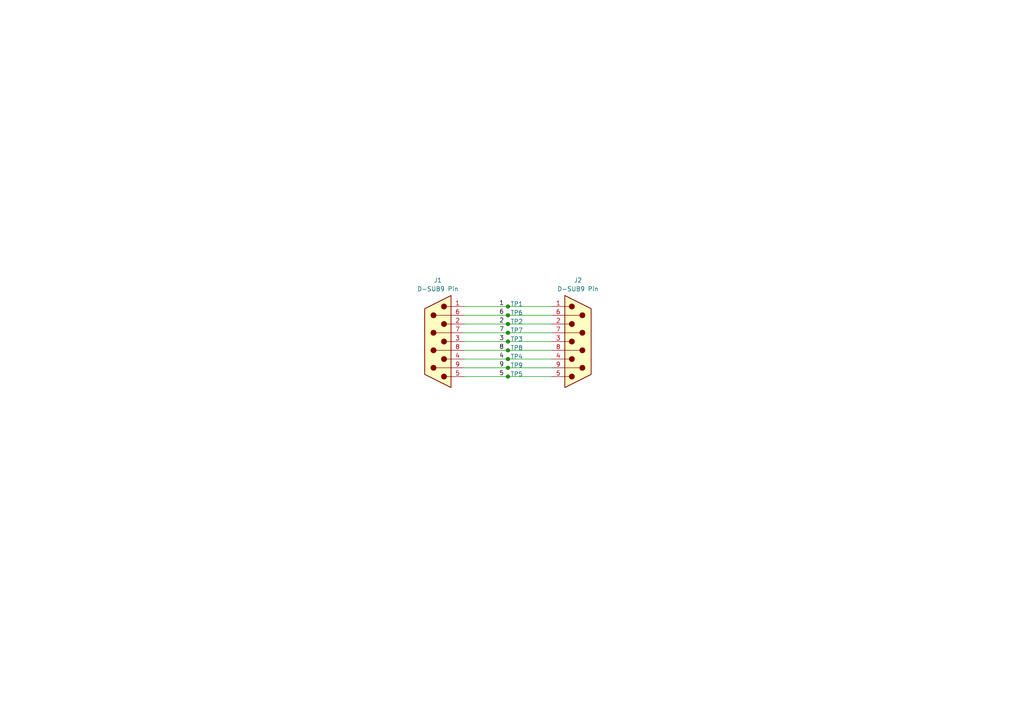
<source format=kicad_sch>
(kicad_sch (version 20230121) (generator eeschema)

  (uuid 600a9cc3-03b4-45fb-9715-5da8bf98debe)

  (paper "A4")

  (title_block
    (title "bridgeDSUB9P")
    (date "2023-03-19")
    (rev "V1.0")
    (company "https://github.com/KimiakiK")
  )

  (lib_symbols
    (symbol "Connector:DE9_Plug" (pin_names (offset 1.016) hide) (in_bom yes) (on_board yes)
      (property "Reference" "J" (at 0 13.97 0)
        (effects (font (size 1.27 1.27)))
      )
      (property "Value" "DE9_Plug" (at 0 -14.605 0)
        (effects (font (size 1.27 1.27)))
      )
      (property "Footprint" "" (at 0 0 0)
        (effects (font (size 1.27 1.27)) hide)
      )
      (property "Datasheet" " ~" (at 0 0 0)
        (effects (font (size 1.27 1.27)) hide)
      )
      (property "ki_keywords" "connector male plug D-SUB DB9" (at 0 0 0)
        (effects (font (size 1.27 1.27)) hide)
      )
      (property "ki_description" "9-pin male plug pin D-SUB connector" (at 0 0 0)
        (effects (font (size 1.27 1.27)) hide)
      )
      (property "ki_fp_filters" "DSUB*Male*" (at 0 0 0)
        (effects (font (size 1.27 1.27)) hide)
      )
      (symbol "DE9_Plug_0_1"
        (circle (center -1.778 -10.16) (radius 0.762)
          (stroke (width 0) (type default))
          (fill (type outline))
        )
        (circle (center -1.778 -5.08) (radius 0.762)
          (stroke (width 0) (type default))
          (fill (type outline))
        )
        (circle (center -1.778 0) (radius 0.762)
          (stroke (width 0) (type default))
          (fill (type outline))
        )
        (circle (center -1.778 5.08) (radius 0.762)
          (stroke (width 0) (type default))
          (fill (type outline))
        )
        (circle (center -1.778 10.16) (radius 0.762)
          (stroke (width 0) (type default))
          (fill (type outline))
        )
        (polyline
          (pts
            (xy -3.81 -10.16)
            (xy -2.54 -10.16)
          )
          (stroke (width 0) (type default))
          (fill (type none))
        )
        (polyline
          (pts
            (xy -3.81 -7.62)
            (xy 0.508 -7.62)
          )
          (stroke (width 0) (type default))
          (fill (type none))
        )
        (polyline
          (pts
            (xy -3.81 -5.08)
            (xy -2.54 -5.08)
          )
          (stroke (width 0) (type default))
          (fill (type none))
        )
        (polyline
          (pts
            (xy -3.81 -2.54)
            (xy 0.508 -2.54)
          )
          (stroke (width 0) (type default))
          (fill (type none))
        )
        (polyline
          (pts
            (xy -3.81 0)
            (xy -2.54 0)
          )
          (stroke (width 0) (type default))
          (fill (type none))
        )
        (polyline
          (pts
            (xy -3.81 2.54)
            (xy 0.508 2.54)
          )
          (stroke (width 0) (type default))
          (fill (type none))
        )
        (polyline
          (pts
            (xy -3.81 5.08)
            (xy -2.54 5.08)
          )
          (stroke (width 0) (type default))
          (fill (type none))
        )
        (polyline
          (pts
            (xy -3.81 7.62)
            (xy 0.508 7.62)
          )
          (stroke (width 0) (type default))
          (fill (type none))
        )
        (polyline
          (pts
            (xy -3.81 10.16)
            (xy -2.54 10.16)
          )
          (stroke (width 0) (type default))
          (fill (type none))
        )
        (polyline
          (pts
            (xy -3.81 -13.335)
            (xy -3.81 13.335)
            (xy 3.81 9.525)
            (xy 3.81 -9.525)
            (xy -3.81 -13.335)
          )
          (stroke (width 0.254) (type default))
          (fill (type background))
        )
        (circle (center 1.27 -7.62) (radius 0.762)
          (stroke (width 0) (type default))
          (fill (type outline))
        )
        (circle (center 1.27 -2.54) (radius 0.762)
          (stroke (width 0) (type default))
          (fill (type outline))
        )
        (circle (center 1.27 2.54) (radius 0.762)
          (stroke (width 0) (type default))
          (fill (type outline))
        )
        (circle (center 1.27 7.62) (radius 0.762)
          (stroke (width 0) (type default))
          (fill (type outline))
        )
      )
      (symbol "DE9_Plug_1_1"
        (pin passive line (at -7.62 -10.16 0) (length 3.81)
          (name "1" (effects (font (size 1.27 1.27))))
          (number "1" (effects (font (size 1.27 1.27))))
        )
        (pin passive line (at -7.62 -5.08 0) (length 3.81)
          (name "2" (effects (font (size 1.27 1.27))))
          (number "2" (effects (font (size 1.27 1.27))))
        )
        (pin passive line (at -7.62 0 0) (length 3.81)
          (name "3" (effects (font (size 1.27 1.27))))
          (number "3" (effects (font (size 1.27 1.27))))
        )
        (pin passive line (at -7.62 5.08 0) (length 3.81)
          (name "4" (effects (font (size 1.27 1.27))))
          (number "4" (effects (font (size 1.27 1.27))))
        )
        (pin passive line (at -7.62 10.16 0) (length 3.81)
          (name "5" (effects (font (size 1.27 1.27))))
          (number "5" (effects (font (size 1.27 1.27))))
        )
        (pin passive line (at -7.62 -7.62 0) (length 3.81)
          (name "6" (effects (font (size 1.27 1.27))))
          (number "6" (effects (font (size 1.27 1.27))))
        )
        (pin passive line (at -7.62 -2.54 0) (length 3.81)
          (name "7" (effects (font (size 1.27 1.27))))
          (number "7" (effects (font (size 1.27 1.27))))
        )
        (pin passive line (at -7.62 2.54 0) (length 3.81)
          (name "8" (effects (font (size 1.27 1.27))))
          (number "8" (effects (font (size 1.27 1.27))))
        )
        (pin passive line (at -7.62 7.62 0) (length 3.81)
          (name "9" (effects (font (size 1.27 1.27))))
          (number "9" (effects (font (size 1.27 1.27))))
        )
      )
    )
    (symbol "Connector:TestPoint_Small" (pin_numbers hide) (pin_names (offset 0.762) hide) (in_bom yes) (on_board yes)
      (property "Reference" "TP" (at 0 3.81 0)
        (effects (font (size 1.27 1.27)))
      )
      (property "Value" "TestPoint_Small" (at 0 2.032 0)
        (effects (font (size 1.27 1.27)))
      )
      (property "Footprint" "" (at 5.08 0 0)
        (effects (font (size 1.27 1.27)) hide)
      )
      (property "Datasheet" "~" (at 5.08 0 0)
        (effects (font (size 1.27 1.27)) hide)
      )
      (property "ki_keywords" "test point tp" (at 0 0 0)
        (effects (font (size 1.27 1.27)) hide)
      )
      (property "ki_description" "test point" (at 0 0 0)
        (effects (font (size 1.27 1.27)) hide)
      )
      (property "ki_fp_filters" "Pin* Test*" (at 0 0 0)
        (effects (font (size 1.27 1.27)) hide)
      )
      (symbol "TestPoint_Small_0_1"
        (circle (center 0 0) (radius 0.508)
          (stroke (width 0) (type default))
          (fill (type none))
        )
      )
      (symbol "TestPoint_Small_1_1"
        (pin passive line (at 0 0 90) (length 0)
          (name "1" (effects (font (size 1.27 1.27))))
          (number "1" (effects (font (size 1.27 1.27))))
        )
      )
    )
  )

  (junction (at 147.32 91.44) (diameter 0) (color 0 0 0 0)
    (uuid 1c80b627-3ebe-4cef-8407-a56efcf6592c)
  )
  (junction (at 147.32 101.6) (diameter 0) (color 0 0 0 0)
    (uuid 442e3deb-df0f-4420-a275-0ee745c674bd)
  )
  (junction (at 147.32 106.68) (diameter 0) (color 0 0 0 0)
    (uuid 4b9e402d-04e7-4456-b74b-5d7f6ff2b8d8)
  )
  (junction (at 147.32 104.14) (diameter 0) (color 0 0 0 0)
    (uuid 6ad7a093-307f-45bf-b5da-9c1e860b3a67)
  )
  (junction (at 147.32 99.06) (diameter 0) (color 0 0 0 0)
    (uuid 74a36032-a6ce-4b93-a767-9f7b54d4c937)
  )
  (junction (at 147.32 96.52) (diameter 0) (color 0 0 0 0)
    (uuid 79180429-2dc5-4192-95a6-1b4e1068a5e7)
  )
  (junction (at 147.32 109.22) (diameter 0) (color 0 0 0 0)
    (uuid 98c0bcc8-bb2d-45bd-97c9-167c2916ad8d)
  )
  (junction (at 147.32 93.98) (diameter 0) (color 0 0 0 0)
    (uuid dea0d825-8b29-4df9-8134-6413767374d1)
  )
  (junction (at 147.32 88.9) (diameter 0) (color 0 0 0 0)
    (uuid df8159ae-4a8e-4aa2-a71b-fdf969d55865)
  )

  (wire (pts (xy 134.62 93.98) (xy 147.32 93.98))
    (stroke (width 0) (type default))
    (uuid 181d623b-086b-4f43-a823-27dc135d5078)
  )
  (wire (pts (xy 134.62 96.52) (xy 147.32 96.52))
    (stroke (width 0) (type default))
    (uuid 2ae93bf5-e45c-432b-97ce-62048c6e8be0)
  )
  (wire (pts (xy 147.32 106.68) (xy 160.02 106.68))
    (stroke (width 0) (type default))
    (uuid 3cc4cb9c-3233-4a59-89c7-c3bc50b5110c)
  )
  (wire (pts (xy 147.32 101.6) (xy 160.02 101.6))
    (stroke (width 0) (type default))
    (uuid 46a255e2-596c-4950-a197-8ff4adbf02df)
  )
  (wire (pts (xy 147.32 104.14) (xy 160.02 104.14))
    (stroke (width 0) (type default))
    (uuid 4d04e286-e693-4752-828a-e7315da43ced)
  )
  (wire (pts (xy 134.62 104.14) (xy 147.32 104.14))
    (stroke (width 0) (type default))
    (uuid 4e450327-f385-4c4f-8f87-bcd094408f33)
  )
  (wire (pts (xy 134.62 106.68) (xy 147.32 106.68))
    (stroke (width 0) (type default))
    (uuid 6c71751f-76cf-4d4b-9bc8-ad3327f4d8f1)
  )
  (wire (pts (xy 134.62 99.06) (xy 147.32 99.06))
    (stroke (width 0) (type default))
    (uuid 72112502-aaae-49d7-8107-770935355fd3)
  )
  (wire (pts (xy 147.32 96.52) (xy 160.02 96.52))
    (stroke (width 0) (type default))
    (uuid 75a8a9c3-fabb-4e19-b0b1-8eba7a04724b)
  )
  (wire (pts (xy 147.32 109.22) (xy 160.02 109.22))
    (stroke (width 0) (type default))
    (uuid 92e0bb47-a0d1-4382-bd4e-60d2a6cb18d3)
  )
  (wire (pts (xy 147.32 91.44) (xy 160.02 91.44))
    (stroke (width 0) (type default))
    (uuid a8f34264-2904-4d95-9d58-bef7e79dafe0)
  )
  (wire (pts (xy 134.62 91.44) (xy 147.32 91.44))
    (stroke (width 0) (type default))
    (uuid b1e035b3-174d-469d-bed6-408e7c49a15d)
  )
  (wire (pts (xy 147.32 93.98) (xy 160.02 93.98))
    (stroke (width 0) (type default))
    (uuid b688e9b8-af67-4e7b-b519-73de879e43f3)
  )
  (wire (pts (xy 134.62 88.9) (xy 147.32 88.9))
    (stroke (width 0) (type default))
    (uuid b722ed34-ac4f-4d83-b134-92bb20c58f53)
  )
  (wire (pts (xy 134.62 101.6) (xy 147.32 101.6))
    (stroke (width 0) (type default))
    (uuid ccf7722a-2b99-4131-b76b-683c8548da67)
  )
  (wire (pts (xy 147.32 88.9) (xy 160.02 88.9))
    (stroke (width 0) (type default))
    (uuid e0b0bddf-61fa-4649-846e-2f069608ef4e)
  )
  (wire (pts (xy 147.32 99.06) (xy 160.02 99.06))
    (stroke (width 0) (type default))
    (uuid e0df37f9-d659-41ab-9397-d6a18845c5ec)
  )
  (wire (pts (xy 134.62 109.22) (xy 147.32 109.22))
    (stroke (width 0) (type default))
    (uuid f84b3a3c-712a-49cb-baf2-4e556d72b3b1)
  )

  (label "3" (at 144.78 99.06 0) (fields_autoplaced)
    (effects (font (size 1.27 1.27)) (justify left bottom))
    (uuid 05a40960-1dfa-4f44-b65e-d445a2083056)
  )
  (label "6" (at 144.78 91.44 0) (fields_autoplaced)
    (effects (font (size 1.27 1.27)) (justify left bottom))
    (uuid 0b8ebc4e-2e93-4eaa-99ef-8cad2418c4a2)
  )
  (label "4" (at 144.78 104.14 0) (fields_autoplaced)
    (effects (font (size 1.27 1.27)) (justify left bottom))
    (uuid 60e96ace-2e5e-4df4-ba33-1c6a5dd96699)
  )
  (label "9" (at 144.78 106.68 0) (fields_autoplaced)
    (effects (font (size 1.27 1.27)) (justify left bottom))
    (uuid 633d4485-98cb-420a-9dec-83e773fda990)
  )
  (label "2" (at 144.78 93.98 0) (fields_autoplaced)
    (effects (font (size 1.27 1.27)) (justify left bottom))
    (uuid 68c6dd25-cbff-42ac-be6a-e63b0bc8b002)
  )
  (label "7" (at 144.78 96.52 0) (fields_autoplaced)
    (effects (font (size 1.27 1.27)) (justify left bottom))
    (uuid 7dbf1576-56aa-46d9-9ffd-77f937f5d48a)
  )
  (label "8" (at 144.78 101.6 0) (fields_autoplaced)
    (effects (font (size 1.27 1.27)) (justify left bottom))
    (uuid 9de8d94a-8238-4c64-ae44-2fa34dabde51)
  )
  (label "5" (at 144.78 109.22 0) (fields_autoplaced)
    (effects (font (size 1.27 1.27)) (justify left bottom))
    (uuid b7354a9b-ea2a-40c2-98b3-e9c1676afe60)
  )
  (label "1" (at 144.78 88.9 0) (fields_autoplaced)
    (effects (font (size 1.27 1.27)) (justify left bottom))
    (uuid fb1a4601-785e-4c1f-bbcf-bef94756e8df)
  )

  (symbol (lib_id "Connector:TestPoint_Small") (at 147.32 96.52 0) (unit 1)
    (in_bom yes) (on_board yes) (dnp no)
    (uuid 18a10a93-6598-4658-b962-a2baa43591ce)
    (property "Reference" "TP7" (at 149.86 96.52 0)
      (effects (font (size 1.27 1.27)) (justify bottom))
    )
    (property "Value" "TestPoint" (at 148.59 98.425 0)
      (effects (font (size 1.27 1.27)) (justify left) hide)
    )
    (property "Footprint" "bridgeDSUB9P:TestPoint_THTPad_D1.6mm_Drill1.0mm" (at 152.4 96.52 0)
      (effects (font (size 1.27 1.27)) hide)
    )
    (property "Datasheet" "~" (at 152.4 96.52 0)
      (effects (font (size 1.27 1.27)) hide)
    )
    (pin "1" (uuid 1d51ed20-53ae-42c3-81a3-53b9dcdd055a))
    (instances
      (project "bridgeDSUB9P"
        (path "/600a9cc3-03b4-45fb-9715-5da8bf98debe"
          (reference "TP7") (unit 1)
        )
      )
    )
  )

  (symbol (lib_id "Connector:TestPoint_Small") (at 147.32 106.68 0) (unit 1)
    (in_bom yes) (on_board yes) (dnp no)
    (uuid 46b70468-4eec-4ca0-9533-38fa17a7eb2a)
    (property "Reference" "TP9" (at 149.86 106.68 0)
      (effects (font (size 1.27 1.27)) (justify bottom))
    )
    (property "Value" "TestPoint" (at 148.59 108.585 0)
      (effects (font (size 1.27 1.27)) (justify left) hide)
    )
    (property "Footprint" "bridgeDSUB9P:TestPoint_THTPad_D1.6mm_Drill1.0mm" (at 152.4 106.68 0)
      (effects (font (size 1.27 1.27)) hide)
    )
    (property "Datasheet" "~" (at 152.4 106.68 0)
      (effects (font (size 1.27 1.27)) hide)
    )
    (pin "1" (uuid 12080ef7-58c5-4088-8d4c-dba2f24efb2c))
    (instances
      (project "bridgeDSUB9P"
        (path "/600a9cc3-03b4-45fb-9715-5da8bf98debe"
          (reference "TP9") (unit 1)
        )
      )
    )
  )

  (symbol (lib_id "Connector:DE9_Plug") (at 127 99.06 180) (unit 1)
    (in_bom yes) (on_board yes) (dnp no) (fields_autoplaced)
    (uuid 518e418b-e53a-4a57-ae39-77ae32b7f20b)
    (property "Reference" "J1" (at 127 81.28 0)
      (effects (font (size 1.27 1.27)))
    )
    (property "Value" "D-SUB9 Pin" (at 127 83.82 0)
      (effects (font (size 1.27 1.27)))
    )
    (property "Footprint" "bridgeDSUB9P:D-SUB9P" (at 127 99.06 0)
      (effects (font (size 1.27 1.27)) hide)
    )
    (property "Datasheet" " ~" (at 127 99.06 0)
      (effects (font (size 1.27 1.27)) hide)
    )
    (pin "1" (uuid 5e313f40-966c-48e0-81c8-666518af35ee))
    (pin "2" (uuid 4cca8bae-074b-4719-83b4-4d127cc0a759))
    (pin "3" (uuid add03cbd-ac4e-435a-88a4-5432b81ea48a))
    (pin "4" (uuid 8e7d290d-2822-489f-b0db-9532b9f7ea87))
    (pin "5" (uuid c3854c2c-722e-49dc-b2f7-b9b37f079fb6))
    (pin "6" (uuid d146febb-5ec4-405d-9cac-1b7c7da04541))
    (pin "7" (uuid fa584a5d-877c-4c10-b800-078817a83e36))
    (pin "8" (uuid 43af17bb-f5bd-408f-9b7f-62d7dae203c2))
    (pin "9" (uuid cc780b53-758a-433d-a8ca-c9bb3fdb1994))
    (instances
      (project "bridgeDSUB9P"
        (path "/600a9cc3-03b4-45fb-9715-5da8bf98debe"
          (reference "J1") (unit 1)
        )
      )
    )
  )

  (symbol (lib_id "Connector:TestPoint_Small") (at 147.32 91.44 0) (unit 1)
    (in_bom yes) (on_board yes) (dnp no)
    (uuid 5ba0ebf6-decd-4a33-bedf-7d1d87a6cb5d)
    (property "Reference" "TP6" (at 149.86 91.44 0)
      (effects (font (size 1.27 1.27)) (justify bottom))
    )
    (property "Value" "TestPoint" (at 148.59 93.345 0)
      (effects (font (size 1.27 1.27)) (justify left) hide)
    )
    (property "Footprint" "bridgeDSUB9P:TestPoint_THTPad_D1.6mm_Drill1.0mm" (at 152.4 91.44 0)
      (effects (font (size 1.27 1.27)) hide)
    )
    (property "Datasheet" "~" (at 152.4 91.44 0)
      (effects (font (size 1.27 1.27)) hide)
    )
    (pin "1" (uuid 7e5b8c9a-bdd3-469e-9c44-d0c4e68ba318))
    (instances
      (project "bridgeDSUB9P"
        (path "/600a9cc3-03b4-45fb-9715-5da8bf98debe"
          (reference "TP6") (unit 1)
        )
      )
    )
  )

  (symbol (lib_id "Connector:TestPoint_Small") (at 147.32 101.6 0) (unit 1)
    (in_bom yes) (on_board yes) (dnp no)
    (uuid 7293f5b7-4d03-46ad-b141-4dabb8577eac)
    (property "Reference" "TP8" (at 149.86 101.6 0)
      (effects (font (size 1.27 1.27)) (justify bottom))
    )
    (property "Value" "TestPoint" (at 148.59 103.505 0)
      (effects (font (size 1.27 1.27)) (justify left) hide)
    )
    (property "Footprint" "bridgeDSUB9P:TestPoint_THTPad_D1.6mm_Drill1.0mm" (at 152.4 101.6 0)
      (effects (font (size 1.27 1.27)) hide)
    )
    (property "Datasheet" "~" (at 152.4 101.6 0)
      (effects (font (size 1.27 1.27)) hide)
    )
    (pin "1" (uuid 251e2ceb-8c84-400d-afa8-3882d83a593b))
    (instances
      (project "bridgeDSUB9P"
        (path "/600a9cc3-03b4-45fb-9715-5da8bf98debe"
          (reference "TP8") (unit 1)
        )
      )
    )
  )

  (symbol (lib_id "Connector:TestPoint_Small") (at 147.32 99.06 0) (unit 1)
    (in_bom yes) (on_board yes) (dnp no)
    (uuid 9e7688eb-f34b-43f1-8fdc-75f822aeccda)
    (property "Reference" "TP3" (at 149.86 99.06 0)
      (effects (font (size 1.27 1.27)) (justify bottom))
    )
    (property "Value" "TestPoint" (at 148.59 100.965 0)
      (effects (font (size 1.27 1.27)) (justify left) hide)
    )
    (property "Footprint" "bridgeDSUB9P:TestPoint_THTPad_D1.6mm_Drill1.0mm" (at 152.4 99.06 0)
      (effects (font (size 1.27 1.27)) hide)
    )
    (property "Datasheet" "~" (at 152.4 99.06 0)
      (effects (font (size 1.27 1.27)) hide)
    )
    (pin "1" (uuid a15ed927-2e03-4e99-ab36-4c3706c2e9e9))
    (instances
      (project "bridgeDSUB9P"
        (path "/600a9cc3-03b4-45fb-9715-5da8bf98debe"
          (reference "TP3") (unit 1)
        )
      )
    )
  )

  (symbol (lib_id "Connector:DE9_Plug") (at 167.64 99.06 0) (mirror x) (unit 1)
    (in_bom yes) (on_board yes) (dnp no) (fields_autoplaced)
    (uuid adca47e5-1514-4293-af4c-21034eca6100)
    (property "Reference" "J2" (at 167.64 81.28 0)
      (effects (font (size 1.27 1.27)))
    )
    (property "Value" "D-SUB9 Pin" (at 167.64 83.82 0)
      (effects (font (size 1.27 1.27)))
    )
    (property "Footprint" "bridgeDSUB9P:D-SUB9P" (at 167.64 99.06 0)
      (effects (font (size 1.27 1.27)) hide)
    )
    (property "Datasheet" " ~" (at 167.64 99.06 0)
      (effects (font (size 1.27 1.27)) hide)
    )
    (pin "1" (uuid dbc24c2b-adcd-4411-b384-13e536cb2bda))
    (pin "2" (uuid d467b220-a337-4a19-9622-8c62b02f63e9))
    (pin "3" (uuid 37f0d9c8-dc37-4bab-bfe0-66acc2ffd703))
    (pin "4" (uuid 3de42287-df8c-4b82-a4a4-05e2d29a1b17))
    (pin "5" (uuid 6fde544c-0b85-4a84-a113-96b885b8073e))
    (pin "6" (uuid 419909d9-1995-47b0-830e-988b809db956))
    (pin "7" (uuid f962d20d-88c2-459f-9cb6-381afa9c8ee2))
    (pin "8" (uuid 3f3999f3-5841-4edb-b9cb-152a593c7717))
    (pin "9" (uuid 18613f3b-46e7-43f9-a97c-4903c8d9dac4))
    (instances
      (project "bridgeDSUB9P"
        (path "/600a9cc3-03b4-45fb-9715-5da8bf98debe"
          (reference "J2") (unit 1)
        )
      )
    )
  )

  (symbol (lib_id "Connector:TestPoint_Small") (at 147.32 93.98 0) (unit 1)
    (in_bom yes) (on_board yes) (dnp no)
    (uuid d6b7f5ae-1750-4872-9657-ed956b4cf0eb)
    (property "Reference" "TP2" (at 149.86 93.98 0)
      (effects (font (size 1.27 1.27)) (justify bottom))
    )
    (property "Value" "TestPoint" (at 148.59 95.885 0)
      (effects (font (size 1.27 1.27)) (justify left) hide)
    )
    (property "Footprint" "bridgeDSUB9P:TestPoint_THTPad_D1.6mm_Drill1.0mm" (at 152.4 93.98 0)
      (effects (font (size 1.27 1.27)) hide)
    )
    (property "Datasheet" "~" (at 152.4 93.98 0)
      (effects (font (size 1.27 1.27)) hide)
    )
    (pin "1" (uuid 0e87b912-0f52-471c-b42f-7fb6c7e0d518))
    (instances
      (project "bridgeDSUB9P"
        (path "/600a9cc3-03b4-45fb-9715-5da8bf98debe"
          (reference "TP2") (unit 1)
        )
      )
    )
  )

  (symbol (lib_id "Connector:TestPoint_Small") (at 147.32 109.22 0) (unit 1)
    (in_bom yes) (on_board yes) (dnp no)
    (uuid d8e8a70c-244e-44e3-96d0-fea6fd50bc65)
    (property "Reference" "TP5" (at 149.86 109.22 0)
      (effects (font (size 1.27 1.27)) (justify bottom))
    )
    (property "Value" "TestPoint" (at 148.59 111.125 0)
      (effects (font (size 1.27 1.27)) (justify left) hide)
    )
    (property "Footprint" "bridgeDSUB9P:TestPoint_THTPad_D1.6mm_Drill1.0mm" (at 152.4 109.22 0)
      (effects (font (size 1.27 1.27)) hide)
    )
    (property "Datasheet" "~" (at 152.4 109.22 0)
      (effects (font (size 1.27 1.27)) hide)
    )
    (pin "1" (uuid 702cc063-de07-43bb-9575-813a981945f2))
    (instances
      (project "bridgeDSUB9P"
        (path "/600a9cc3-03b4-45fb-9715-5da8bf98debe"
          (reference "TP5") (unit 1)
        )
      )
    )
  )

  (symbol (lib_id "Connector:TestPoint_Small") (at 147.32 104.14 0) (unit 1)
    (in_bom yes) (on_board yes) (dnp no)
    (uuid f4252e48-f8d9-4c4f-9df7-d92d4e784fad)
    (property "Reference" "TP4" (at 149.86 104.14 0)
      (effects (font (size 1.27 1.27)) (justify bottom))
    )
    (property "Value" "TestPoint" (at 148.59 106.045 0)
      (effects (font (size 1.27 1.27)) (justify left) hide)
    )
    (property "Footprint" "bridgeDSUB9P:TestPoint_THTPad_D1.6mm_Drill1.0mm" (at 152.4 104.14 0)
      (effects (font (size 1.27 1.27)) hide)
    )
    (property "Datasheet" "~" (at 152.4 104.14 0)
      (effects (font (size 1.27 1.27)) hide)
    )
    (pin "1" (uuid 48906081-74e9-4b82-8006-8e757836b64f))
    (instances
      (project "bridgeDSUB9P"
        (path "/600a9cc3-03b4-45fb-9715-5da8bf98debe"
          (reference "TP4") (unit 1)
        )
      )
    )
  )

  (symbol (lib_id "Connector:TestPoint_Small") (at 147.32 88.9 0) (unit 1)
    (in_bom yes) (on_board yes) (dnp no)
    (uuid f7dffbbd-42f4-4847-b5d6-dfd2c5793916)
    (property "Reference" "TP1" (at 149.86 88.9 0)
      (effects (font (size 1.27 1.27)) (justify bottom))
    )
    (property "Value" "TestPoint" (at 148.59 90.805 0)
      (effects (font (size 1.27 1.27)) (justify left) hide)
    )
    (property "Footprint" "bridgeDSUB9P:TestPoint_THTPad_D1.6mm_Drill1.0mm" (at 152.4 88.9 0)
      (effects (font (size 1.27 1.27)) hide)
    )
    (property "Datasheet" "~" (at 152.4 88.9 0)
      (effects (font (size 1.27 1.27)) hide)
    )
    (pin "1" (uuid 1b09aff6-df2c-4eee-985e-0061b71e11be))
    (instances
      (project "bridgeDSUB9P"
        (path "/600a9cc3-03b4-45fb-9715-5da8bf98debe"
          (reference "TP1") (unit 1)
        )
      )
    )
  )

  (sheet_instances
    (path "/" (page "1"))
  )
)

</source>
